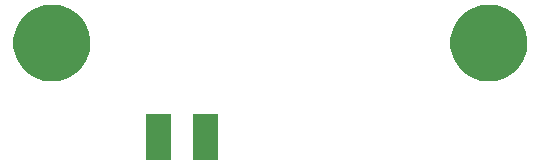
<source format=gbs>
G04 #@! TF.GenerationSoftware,KiCad,Pcbnew,(5.1.4)-1*
G04 #@! TF.CreationDate,2020-09-24T22:44:40-04:00*
G04 #@! TF.ProjectId,Headlight Right,48656164-6c69-4676-9874-205269676874,rev?*
G04 #@! TF.SameCoordinates,Original*
G04 #@! TF.FileFunction,Soldermask,Bot*
G04 #@! TF.FilePolarity,Negative*
%FSLAX46Y46*%
G04 Gerber Fmt 4.6, Leading zero omitted, Abs format (unit mm)*
G04 Created by KiCad (PCBNEW (5.1.4)-1) date 2020-09-24 22:44:40*
%MOMM*%
%LPD*%
G04 APERTURE LIST*
%ADD10C,0.100000*%
G04 APERTURE END LIST*
D10*
G36*
X110051000Y-109951000D02*
G01*
X107949000Y-109951000D01*
X107949000Y-106049000D01*
X110051000Y-106049000D01*
X110051000Y-109951000D01*
X110051000Y-109951000D01*
G37*
G36*
X114051000Y-109951000D02*
G01*
X111949000Y-109951000D01*
X111949000Y-106049000D01*
X114051000Y-106049000D01*
X114051000Y-109951000D01*
X114051000Y-109951000D01*
G37*
G36*
X137634239Y-96811467D02*
G01*
X137948282Y-96873934D01*
X138539926Y-97119001D01*
X139072392Y-97474784D01*
X139525216Y-97927608D01*
X139880999Y-98460074D01*
X140126066Y-99051718D01*
X140126066Y-99051719D01*
X140251000Y-99679803D01*
X140251000Y-100320197D01*
X140188533Y-100634239D01*
X140126066Y-100948282D01*
X139880999Y-101539926D01*
X139525216Y-102072392D01*
X139072392Y-102525216D01*
X138539926Y-102880999D01*
X137948282Y-103126066D01*
X137634239Y-103188533D01*
X137320197Y-103251000D01*
X136679803Y-103251000D01*
X136365761Y-103188533D01*
X136051718Y-103126066D01*
X135460074Y-102880999D01*
X134927608Y-102525216D01*
X134474784Y-102072392D01*
X134119001Y-101539926D01*
X133873934Y-100948282D01*
X133811467Y-100634239D01*
X133749000Y-100320197D01*
X133749000Y-99679803D01*
X133873934Y-99051719D01*
X133873934Y-99051718D01*
X134119001Y-98460074D01*
X134474784Y-97927608D01*
X134927608Y-97474784D01*
X135460074Y-97119001D01*
X136051718Y-96873934D01*
X136365761Y-96811467D01*
X136679803Y-96749000D01*
X137320197Y-96749000D01*
X137634239Y-96811467D01*
X137634239Y-96811467D01*
G37*
G36*
X100634239Y-96811467D02*
G01*
X100948282Y-96873934D01*
X101539926Y-97119001D01*
X102072392Y-97474784D01*
X102525216Y-97927608D01*
X102880999Y-98460074D01*
X103126066Y-99051718D01*
X103126066Y-99051719D01*
X103251000Y-99679803D01*
X103251000Y-100320197D01*
X103188533Y-100634239D01*
X103126066Y-100948282D01*
X102880999Y-101539926D01*
X102525216Y-102072392D01*
X102072392Y-102525216D01*
X101539926Y-102880999D01*
X100948282Y-103126066D01*
X100634239Y-103188533D01*
X100320197Y-103251000D01*
X99679803Y-103251000D01*
X99365761Y-103188533D01*
X99051718Y-103126066D01*
X98460074Y-102880999D01*
X97927608Y-102525216D01*
X97474784Y-102072392D01*
X97119001Y-101539926D01*
X96873934Y-100948282D01*
X96811467Y-100634239D01*
X96749000Y-100320197D01*
X96749000Y-99679803D01*
X96873934Y-99051719D01*
X96873934Y-99051718D01*
X97119001Y-98460074D01*
X97474784Y-97927608D01*
X97927608Y-97474784D01*
X98460074Y-97119001D01*
X99051718Y-96873934D01*
X99365761Y-96811467D01*
X99679803Y-96749000D01*
X100320197Y-96749000D01*
X100634239Y-96811467D01*
X100634239Y-96811467D01*
G37*
M02*

</source>
